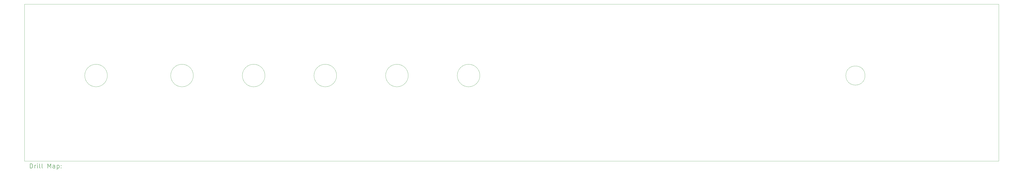
<source format=gbr>
%FSLAX45Y45*%
G04 Gerber Fmt 4.5, Leading zero omitted, Abs format (unit mm)*
G04 Created by KiCad (PCBNEW 6.0.6-3a73a75311~116~ubuntu22.04.1) date 2022-07-16 14:16:27*
%MOMM*%
%LPD*%
G01*
G04 APERTURE LIST*
%TA.AperFunction,Profile*%
%ADD10C,0.050000*%
%TD*%
%ADD11C,0.200000*%
G04 APERTURE END LIST*
D10*
X6731000Y-16891000D02*
X49911000Y-16891000D01*
X14217650Y-20066000D02*
G75*
G03*
X14217650Y-20066000I-501650J0D01*
G01*
X43986000Y-20066000D02*
G75*
G03*
X43986000Y-20066000I-425000J0D01*
G01*
X6731000Y-16891000D02*
X6731000Y-23876000D01*
X23742650Y-20066000D02*
G75*
G03*
X23742650Y-20066000I-501650J0D01*
G01*
X10407650Y-20066000D02*
G75*
G03*
X10407650Y-20066000I-501650J0D01*
G01*
X17392650Y-20066000D02*
G75*
G03*
X17392650Y-20066000I-501650J0D01*
G01*
X6731000Y-23876000D02*
X49911000Y-23876000D01*
X49911000Y-16891000D02*
X49911000Y-23876000D01*
X20567650Y-20066000D02*
G75*
G03*
X20567650Y-20066000I-501650J0D01*
G01*
X26917650Y-20066000D02*
G75*
G03*
X26917650Y-20066000I-501650J0D01*
G01*
D11*
X6986119Y-24188976D02*
X6986119Y-23988976D01*
X7033738Y-23988976D01*
X7062309Y-23998500D01*
X7081357Y-24017548D01*
X7090881Y-24036595D01*
X7100405Y-24074690D01*
X7100405Y-24103262D01*
X7090881Y-24141357D01*
X7081357Y-24160405D01*
X7062309Y-24179452D01*
X7033738Y-24188976D01*
X6986119Y-24188976D01*
X7186119Y-24188976D02*
X7186119Y-24055643D01*
X7186119Y-24093738D02*
X7195643Y-24074690D01*
X7205167Y-24065167D01*
X7224214Y-24055643D01*
X7243262Y-24055643D01*
X7309928Y-24188976D02*
X7309928Y-24055643D01*
X7309928Y-23988976D02*
X7300405Y-23998500D01*
X7309928Y-24008024D01*
X7319452Y-23998500D01*
X7309928Y-23988976D01*
X7309928Y-24008024D01*
X7433738Y-24188976D02*
X7414690Y-24179452D01*
X7405167Y-24160405D01*
X7405167Y-23988976D01*
X7538500Y-24188976D02*
X7519452Y-24179452D01*
X7509928Y-24160405D01*
X7509928Y-23988976D01*
X7767071Y-24188976D02*
X7767071Y-23988976D01*
X7833738Y-24131833D01*
X7900405Y-23988976D01*
X7900405Y-24188976D01*
X8081357Y-24188976D02*
X8081357Y-24084214D01*
X8071833Y-24065167D01*
X8052786Y-24055643D01*
X8014690Y-24055643D01*
X7995643Y-24065167D01*
X8081357Y-24179452D02*
X8062309Y-24188976D01*
X8014690Y-24188976D01*
X7995643Y-24179452D01*
X7986119Y-24160405D01*
X7986119Y-24141357D01*
X7995643Y-24122309D01*
X8014690Y-24112786D01*
X8062309Y-24112786D01*
X8081357Y-24103262D01*
X8176595Y-24055643D02*
X8176595Y-24255643D01*
X8176595Y-24065167D02*
X8195643Y-24055643D01*
X8233738Y-24055643D01*
X8252786Y-24065167D01*
X8262309Y-24074690D01*
X8271833Y-24093738D01*
X8271833Y-24150881D01*
X8262309Y-24169928D01*
X8252786Y-24179452D01*
X8233738Y-24188976D01*
X8195643Y-24188976D01*
X8176595Y-24179452D01*
X8357548Y-24169928D02*
X8367071Y-24179452D01*
X8357548Y-24188976D01*
X8348024Y-24179452D01*
X8357548Y-24169928D01*
X8357548Y-24188976D01*
X8357548Y-24065167D02*
X8367071Y-24074690D01*
X8357548Y-24084214D01*
X8348024Y-24074690D01*
X8357548Y-24065167D01*
X8357548Y-24084214D01*
M02*

</source>
